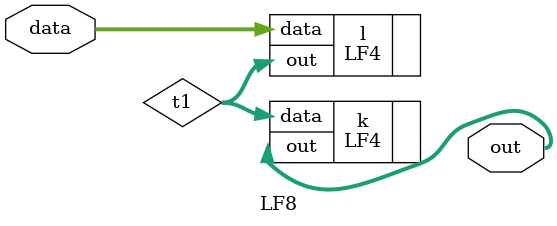
<source format=v>
module LF8 (input [31:0] data, output [31:0] out);
   
   wire [31:0] t1;
   LF4 l(.data(data),.out(t1));
   LF4 k(.data(t1),.out(out));
   
endmodule 

</source>
